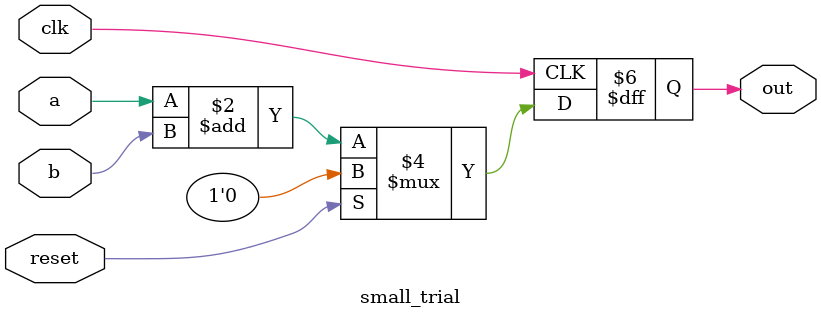
<source format=v>
`timescale 1ns / 1ps


module small_trial(clk, reset, a, b, out );
    // parameter
       
    // input
    	input clk; // system clock, generated by VCO
	input reset;
	input a;
	input b;



    // output
	output reg out;	
	

    // internal status regs/signals



	//sequential logic
    always @ (posedge clk) begin
        if (reset) begin
		out <= 0;	
        end
	else begin
		out <= a + b;

	end  
     end
	 
	 


   
endmodule
    

</source>
